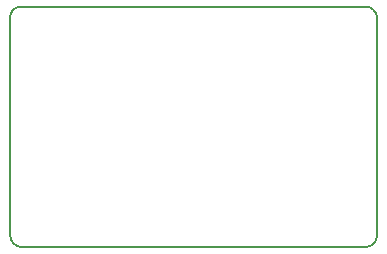
<source format=gm1>
G04 #@! TF.GenerationSoftware,KiCad,Pcbnew,(6.0.11)*
G04 #@! TF.CreationDate,2025-12-09T16:45:55+09:00*
G04 #@! TF.ProjectId,xiao_pio_usb2,7869616f-5f70-4696-9f5f-757362322e6b,rev?*
G04 #@! TF.SameCoordinates,Original*
G04 #@! TF.FileFunction,Profile,NP*
%FSLAX46Y46*%
G04 Gerber Fmt 4.6, Leading zero omitted, Abs format (unit mm)*
G04 Created by KiCad (PCBNEW (6.0.11)) date 2025-12-09 16:45:55*
%MOMM*%
%LPD*%
G01*
G04 APERTURE LIST*
G04 #@! TA.AperFunction,Profile*
%ADD10C,0.150000*%
G04 #@! TD*
G04 APERTURE END LIST*
D10*
X120156000Y-60018400D02*
G75*
G03*
X119156000Y-59018400I-1000000J0D01*
G01*
X89916000Y-59018400D02*
X119156000Y-59018400D01*
X89916000Y-59018400D02*
G75*
G03*
X89080600Y-60018400I82300J-917700D01*
G01*
X89080600Y-78378400D02*
G75*
G03*
X90054400Y-79378400I986900J-13100D01*
G01*
X119156000Y-79378400D02*
X90054400Y-79378400D01*
X119156000Y-79378400D02*
G75*
G03*
X120156000Y-78378400I0J1000000D01*
G01*
X120156000Y-60018400D02*
X120156000Y-78378400D01*
X89080600Y-78378400D02*
X89080600Y-60018400D01*
M02*

</source>
